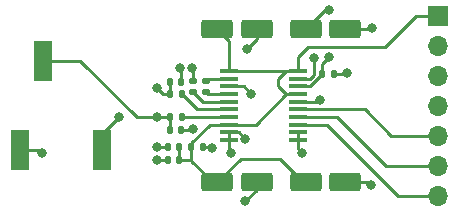
<source format=gtl>
%TF.GenerationSoftware,KiCad,Pcbnew,(6.0.0-0)*%
%TF.CreationDate,2022-11-25T09:40:39+01:00*%
%TF.ProjectId,pcm5102a_codec_breakout,70636d35-3130-4326-915f-636f6465635f,rev?*%
%TF.SameCoordinates,Original*%
%TF.FileFunction,Copper,L1,Top*%
%TF.FilePolarity,Positive*%
%FSLAX46Y46*%
G04 Gerber Fmt 4.6, Leading zero omitted, Abs format (unit mm)*
G04 Created by KiCad (PCBNEW (6.0.0-0)) date 2022-11-25 09:40:39*
%MOMM*%
%LPD*%
G01*
G04 APERTURE LIST*
G04 Aperture macros list*
%AMRoundRect*
0 Rectangle with rounded corners*
0 $1 Rounding radius*
0 $2 $3 $4 $5 $6 $7 $8 $9 X,Y pos of 4 corners*
0 Add a 4 corners polygon primitive as box body*
4,1,4,$2,$3,$4,$5,$6,$7,$8,$9,$2,$3,0*
0 Add four circle primitives for the rounded corners*
1,1,$1+$1,$2,$3*
1,1,$1+$1,$4,$5*
1,1,$1+$1,$6,$7*
1,1,$1+$1,$8,$9*
0 Add four rect primitives between the rounded corners*
20,1,$1+$1,$2,$3,$4,$5,0*
20,1,$1+$1,$4,$5,$6,$7,0*
20,1,$1+$1,$6,$7,$8,$9,0*
20,1,$1+$1,$8,$9,$2,$3,0*%
G04 Aperture macros list end*
%TA.AperFunction,SMDPad,CuDef*%
%ADD10R,1.500000X3.500000*%
%TD*%
%TA.AperFunction,SMDPad,CuDef*%
%ADD11RoundRect,0.140000X0.140000X0.170000X-0.140000X0.170000X-0.140000X-0.170000X0.140000X-0.170000X0*%
%TD*%
%TA.AperFunction,SMDPad,CuDef*%
%ADD12RoundRect,0.140000X-0.170000X0.140000X-0.170000X-0.140000X0.170000X-0.140000X0.170000X0.140000X0*%
%TD*%
%TA.AperFunction,SMDPad,CuDef*%
%ADD13RoundRect,0.140000X-0.140000X-0.170000X0.140000X-0.170000X0.140000X0.170000X-0.140000X0.170000X0*%
%TD*%
%TA.AperFunction,SMDPad,CuDef*%
%ADD14RoundRect,0.250000X-1.075000X-0.550000X1.075000X-0.550000X1.075000X0.550000X-1.075000X0.550000X0*%
%TD*%
%TA.AperFunction,SMDPad,CuDef*%
%ADD15RoundRect,0.135000X-0.135000X-0.185000X0.135000X-0.185000X0.135000X0.185000X-0.135000X0.185000X0*%
%TD*%
%TA.AperFunction,ComponentPad*%
%ADD16R,1.700000X1.700000*%
%TD*%
%TA.AperFunction,ComponentPad*%
%ADD17O,1.700000X1.700000*%
%TD*%
%TA.AperFunction,SMDPad,CuDef*%
%ADD18R,1.500000X0.450000*%
%TD*%
%TA.AperFunction,ViaPad*%
%ADD19C,0.800000*%
%TD*%
%TA.AperFunction,Conductor*%
%ADD20C,0.250000*%
%TD*%
G04 APERTURE END LIST*
D10*
X124100000Y-86250000D03*
X122100000Y-93750000D03*
X129100000Y-93750000D03*
D11*
X148680000Y-87300000D03*
X147720000Y-87300000D03*
D12*
X137900000Y-87920000D03*
X137900000Y-88880000D03*
D13*
X135780000Y-88000000D03*
X134820000Y-88000000D03*
D12*
X136800000Y-87920000D03*
X136800000Y-88880000D03*
D14*
X146325000Y-83500000D03*
X149675000Y-83500000D03*
D11*
X135580000Y-93500000D03*
X134620000Y-93500000D03*
D13*
X134620000Y-94600000D03*
X135580000Y-94600000D03*
D15*
X134790000Y-91000000D03*
X135810000Y-91000000D03*
D16*
X157500000Y-82375000D03*
D17*
X157500000Y-84915000D03*
X157500000Y-87455000D03*
X157500000Y-89995000D03*
X157500000Y-92535000D03*
X157500000Y-95075000D03*
X157500000Y-97615000D03*
D14*
X138825000Y-96500000D03*
X142175000Y-96500000D03*
D15*
X134790000Y-89000000D03*
X135810000Y-89000000D03*
D18*
X139850000Y-87075000D03*
X139850000Y-87725000D03*
X139850000Y-88375000D03*
X139850000Y-89025000D03*
X139850000Y-89675000D03*
X139850000Y-90325000D03*
X139850000Y-90975000D03*
X139850000Y-91625000D03*
X139850000Y-92275000D03*
X139850000Y-92925000D03*
X145650000Y-92925000D03*
X145650000Y-92275000D03*
X145650000Y-91625000D03*
X145650000Y-90975000D03*
X145650000Y-90325000D03*
X145650000Y-89675000D03*
X145650000Y-89025000D03*
X145650000Y-88375000D03*
X145650000Y-87725000D03*
X145650000Y-87075000D03*
D11*
X135780000Y-92100000D03*
X134820000Y-92100000D03*
D14*
X146325000Y-96500000D03*
X149675000Y-96500000D03*
X138825000Y-83500000D03*
X142175000Y-83500000D03*
D11*
X137580000Y-93500000D03*
X136620000Y-93500000D03*
D19*
X136800000Y-92000000D03*
X135700000Y-86800000D03*
X133690000Y-91000000D03*
X141200000Y-98100000D03*
X141200000Y-92800000D03*
X138400000Y-93600000D03*
X124000000Y-94000000D03*
X147000000Y-86000000D03*
X141675500Y-88987701D03*
X133700000Y-94600000D03*
X136700000Y-86800000D03*
X133700000Y-93500000D03*
X147500000Y-89500000D03*
X141300000Y-85200000D03*
X146000000Y-94000000D03*
X149800000Y-87200000D03*
X140000000Y-94000000D03*
X151900000Y-83400000D03*
X151800000Y-96700000D03*
X148300000Y-81900000D03*
X148300000Y-85900000D03*
X133700000Y-88500000D03*
X130500000Y-91000000D03*
D20*
X134200000Y-89000000D02*
X133700000Y-88500000D01*
X138199600Y-91625000D02*
X136620000Y-93204600D01*
X135780000Y-92100000D02*
X136700000Y-92100000D01*
X139850000Y-91625000D02*
X138199600Y-91625000D01*
X136620000Y-93204600D02*
X136620000Y-93500000D01*
X136700000Y-92100000D02*
X136800000Y-92000000D01*
X135780000Y-88000000D02*
X135780000Y-86880000D01*
X135780000Y-86880000D02*
X135700000Y-86800000D01*
X134790000Y-89000000D02*
X134200000Y-89000000D01*
X134790000Y-89000000D02*
X134790000Y-88030000D01*
X134790000Y-88030000D02*
X134820000Y-88000000D01*
X134790000Y-91000000D02*
X133690000Y-91000000D01*
X133690000Y-91000000D02*
X132000000Y-91000000D01*
X132000000Y-91000000D02*
X127200000Y-86200000D01*
X127200000Y-86200000D02*
X124150000Y-86200000D01*
X124150000Y-86200000D02*
X124100000Y-86250000D01*
X134820000Y-92100000D02*
X134820000Y-91030000D01*
X134820000Y-91030000D02*
X134790000Y-91000000D01*
X135810000Y-91000000D02*
X135835000Y-90975000D01*
X135835000Y-90975000D02*
X139850000Y-90975000D01*
X139850000Y-90325000D02*
X137135000Y-90325000D01*
X137135000Y-90325000D02*
X135810000Y-89000000D01*
X138095000Y-87725000D02*
X139850000Y-87725000D01*
X137900000Y-87920000D02*
X138095000Y-87725000D01*
X138045000Y-89025000D02*
X139850000Y-89025000D01*
X137900000Y-88880000D02*
X138045000Y-89025000D01*
X153000000Y-85000000D02*
X155625000Y-82375000D01*
X136620000Y-94600000D02*
X136620000Y-94682500D01*
X144100000Y-94500000D02*
X140825000Y-94500000D01*
X145650000Y-87075000D02*
X145650000Y-85850000D01*
X135580000Y-93500000D02*
X135580000Y-94600000D01*
X145650000Y-85850000D02*
X146500000Y-85000000D01*
X135580000Y-94600000D02*
X136620000Y-94600000D01*
X139850000Y-87075000D02*
X139850000Y-84525000D01*
X144675978Y-89025000D02*
X145650000Y-89025000D01*
X144675978Y-87075000D02*
X145650000Y-87075000D01*
X144000000Y-87750978D02*
X144675978Y-87075000D01*
X140825000Y-94500000D02*
X138825000Y-96500000D01*
X146500000Y-85000000D02*
X153000000Y-85000000D01*
X142075978Y-91625000D02*
X144675978Y-89025000D01*
X146100000Y-96500000D02*
X144100000Y-94500000D01*
X136620000Y-93500000D02*
X136620000Y-94600000D01*
X145650000Y-87075000D02*
X139850000Y-87075000D01*
X146325000Y-96500000D02*
X146100000Y-96500000D01*
X155625000Y-82375000D02*
X157500000Y-82375000D01*
X145650000Y-89025000D02*
X144650000Y-89025000D01*
X144000000Y-88375000D02*
X144000000Y-87750978D01*
X144650000Y-89025000D02*
X144000000Y-88375000D01*
X139850000Y-84525000D02*
X138825000Y-83500000D01*
X136620000Y-94682500D02*
X138437500Y-96500000D01*
X139850000Y-91625000D02*
X142075978Y-91625000D01*
X146650000Y-87725000D02*
X147000000Y-87375000D01*
X149700000Y-87300000D02*
X149800000Y-87200000D01*
X138300000Y-93500000D02*
X138400000Y-93600000D01*
X123750000Y-93750000D02*
X124000000Y-94000000D01*
X148680000Y-87300000D02*
X149700000Y-87300000D01*
X145650000Y-93650000D02*
X146000000Y-94000000D01*
X145650000Y-89675000D02*
X147325000Y-89675000D01*
X142175000Y-96500000D02*
X142175000Y-97125000D01*
X137580000Y-93500000D02*
X138300000Y-93500000D01*
X149675000Y-83500000D02*
X151800000Y-83500000D01*
X139850000Y-92275000D02*
X139850000Y-92925000D01*
X151600000Y-96500000D02*
X151800000Y-96700000D01*
X141062799Y-88375000D02*
X141675500Y-88987701D01*
X139850000Y-92925000D02*
X139850000Y-93850000D01*
X134620000Y-93500000D02*
X133700000Y-93500000D01*
X145650000Y-92275000D02*
X145650000Y-92925000D01*
X136800000Y-87920000D02*
X136800000Y-86900000D01*
X140675000Y-92275000D02*
X141200000Y-92800000D01*
X151800000Y-83500000D02*
X151900000Y-83400000D01*
X136800000Y-86900000D02*
X136700000Y-86800000D01*
X149675000Y-96500000D02*
X151600000Y-96500000D01*
X142175000Y-97125000D02*
X141200000Y-98100000D01*
X139850000Y-88375000D02*
X141062799Y-88375000D01*
X139850000Y-93850000D02*
X140000000Y-94000000D01*
X147325000Y-89675000D02*
X147500000Y-89500000D01*
X122050000Y-93750000D02*
X123750000Y-93750000D01*
X142175000Y-83500000D02*
X142175000Y-84325000D01*
X145650000Y-92925000D02*
X145650000Y-93650000D01*
X142175000Y-84325000D02*
X141300000Y-85200000D01*
X134620000Y-94600000D02*
X133700000Y-94600000D01*
X147000000Y-87375000D02*
X147000000Y-86000000D01*
X145650000Y-87725000D02*
X146650000Y-87725000D01*
X139850000Y-92275000D02*
X140675000Y-92275000D01*
X137595000Y-89675000D02*
X139850000Y-89675000D01*
X136800000Y-88880000D02*
X137595000Y-89675000D01*
X145650000Y-88375000D02*
X146645000Y-88375000D01*
X147720000Y-86480000D02*
X148300000Y-85900000D01*
X147720000Y-87300000D02*
X147720000Y-86480000D01*
X146325000Y-83500000D02*
X147925000Y-81900000D01*
X147925000Y-81900000D02*
X148300000Y-81900000D01*
X146645000Y-88375000D02*
X147720000Y-87300000D01*
X129150000Y-92350000D02*
X129150000Y-93750000D01*
X130500000Y-91000000D02*
X129150000Y-92350000D01*
X154115000Y-97615000D02*
X157500000Y-97615000D01*
X148125000Y-91625000D02*
X154115000Y-97615000D01*
X145650000Y-91625000D02*
X148125000Y-91625000D01*
X145650000Y-90975000D02*
X148975000Y-90975000D01*
X153075000Y-95075000D02*
X157500000Y-95075000D01*
X148975000Y-90975000D02*
X153075000Y-95075000D01*
X151325000Y-90325000D02*
X153535000Y-92535000D01*
X153535000Y-92535000D02*
X157500000Y-92535000D01*
X145650000Y-90325000D02*
X151325000Y-90325000D01*
M02*

</source>
